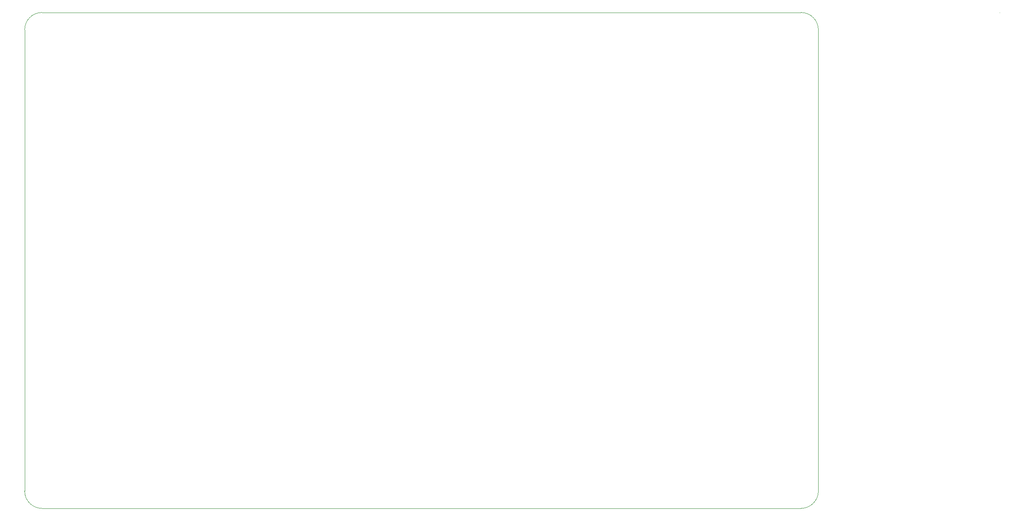
<source format=gm1>
G04 #@! TF.GenerationSoftware,KiCad,Pcbnew,(6.0.5-0)*
G04 #@! TF.CreationDate,2022-12-16T22:27:12-06:00*
G04 #@! TF.ProjectId,scsi_switcher,73637369-5f73-4776-9974-636865722e6b,rev?*
G04 #@! TF.SameCoordinates,Original*
G04 #@! TF.FileFunction,Profile,NP*
%FSLAX46Y46*%
G04 Gerber Fmt 4.6, Leading zero omitted, Abs format (unit mm)*
G04 Created by KiCad (PCBNEW (6.0.5-0)) date 2022-12-16 22:27:12*
%MOMM*%
%LPD*%
G01*
G04 APERTURE LIST*
G04 #@! TA.AperFunction,Profile*
%ADD10C,0.100000*%
G04 #@! TD*
G04 APERTURE END LIST*
D10*
X216500000Y-20000000D02*
X216500000Y-20000000D01*
X23500000Y-20000000D02*
G75*
G03*
X20000000Y-23500000I0J-3500000D01*
G01*
X20000000Y-116500000D02*
G75*
G03*
X23500000Y-120000000I3500000J0D01*
G01*
X176500000Y-120000000D02*
G75*
G03*
X180000000Y-116500000I0J3500000D01*
G01*
X23500000Y-20000000D02*
X176500000Y-20000000D01*
X180000000Y-23500000D02*
X180000000Y-116500000D01*
X180000000Y-23500000D02*
G75*
G03*
X176500000Y-20000000I-3500000J0D01*
G01*
X176500000Y-120000000D02*
X23500000Y-120000000D01*
X20000000Y-116500000D02*
X20000000Y-23500000D01*
M02*

</source>
